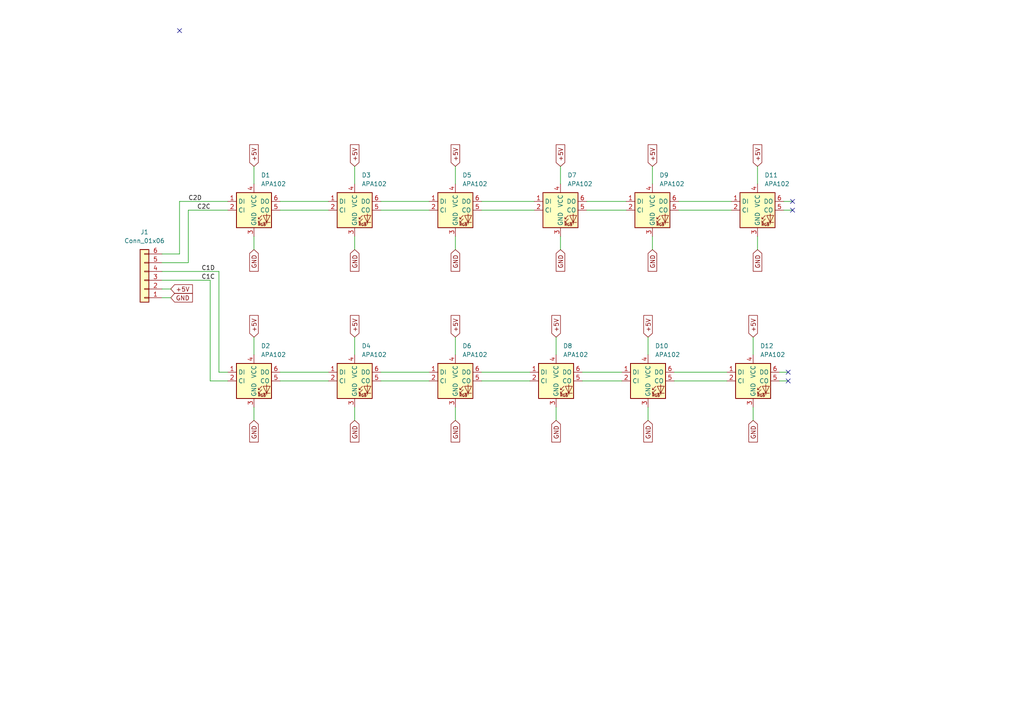
<source format=kicad_sch>
(kicad_sch (version 20211123) (generator eeschema)
  (paper "A4")
  (lib_symbols
    (symbol "Connector_Generic:Conn_01x06" (pin_names (offset 1.016) hide)
      (property "Reference" "J" (at 0 7.62 0))
      (property "Value" "Conn_01x06" (at 0 -10.16 0))
      (symbol "Conn_01x06_1_1"
        (rectangle (start -1.27 -7.493) (end 0 -7.747) (stroke (width 0.1524)))
        (rectangle (start -1.27 -4.953) (end 0 -5.207) (stroke (width 0.1524)))
        (rectangle (start -1.27 -2.413) (end 0 -2.667) (stroke (width 0.1524)))
        (rectangle (start -1.27 0.127) (end 0 -0.127) (stroke (width 0.1524)))
        (rectangle (start -1.27 2.667) (end 0 2.413) (stroke (width 0.1524)))
        (rectangle (start -1.27 5.207) (end 0 4.953) (stroke (width 0.1524)))
        (rectangle (start -1.27 6.35) (end 1.27 -8.89) (stroke (width 0.254)) (fill (type background)))
        (pin passive line (at -5.08 5.08 0) (length 3.81) (name "Pin_1") (number "1"))
        (pin passive line (at -5.08 2.54 0) (length 3.81) (name "Pin_2") (number "2"))
        (pin passive line (at -5.08 0 0) (length 3.81) (name "Pin_3") (number "3"))
        (pin passive line (at -5.08 -2.54 0) (length 3.81) (name "Pin_4") (number "4"))
        (pin passive line (at -5.08 -5.08 0) (length 3.81) (name "Pin_5") (number "5"))
        (pin passive line (at -5.08 -7.62 0) (length 3.81) (name "Pin_6") (number "6"))
      )
    )
    (symbol "LED:APA102"
      (property "Reference" "D" (at 5.08 5.715 0))
      (property "Value" "APA102" (at 1.27 -5.715 0))
      (symbol "APA102_0_0"
        (text "RGB" (at 2.286 -4.191 0) (effects (font (size 0.762 0.762))))
      )
      (symbol "APA102_0_1"
        (polyline (pts (xy 1.27 -3.556) (xy 1.778 -3.556)))
        (polyline (pts (xy 1.27 -2.54) (xy 1.778 -2.54)))
        (polyline (pts (xy 4.699 -3.556) (xy 2.667 -3.556)))
        (polyline (pts (xy 2.286 -2.54) (xy 1.27 -3.556) (xy 1.27 -3.048)))
        (polyline (pts (xy 2.286 -1.524) (xy 1.27 -2.54) (xy 1.27 -2.032)))
        (polyline (pts (xy 3.683 -1.016) (xy 3.683 -3.556) (xy 3.683 -4.064)))
        (polyline (pts (xy 4.699 -1.524) (xy 2.667 -1.524) (xy 3.683 -3.556) (xy 4.699 -1.524)))
        (rectangle (start 5.08 5.08) (end -5.08 -5.08) (stroke (width 0.254)) (fill (type background)))
      )
      (symbol "APA102_1_1"
        (pin input line (at -7.62 2.54 0) (length 2.54) (name "DI") (number "1"))
        (pin input line (at -7.62 0 0) (length 2.54) (name "CI") (number "2"))
        (pin power_in line (at 0 -7.62 90) (length 2.54) (name "GND") (number "3"))
        (pin power_in line (at 0 7.62 270) (length 2.54) (name "VCC") (number "4"))
        (pin output line (at 7.62 0 180) (length 2.54) (name "CO") (number "5"))
        (pin output line (at 7.62 2.54 180) (length 2.54) (name "DO") (number "6"))
      )
    )
  )
  (no_connect (at 228.6 107.95))
  (no_connect (at 228.6 110.49))
  (no_connect (at 229.87 58.42))
  (no_connect (at 229.87 60.96))
  (no_connect (at 52.07 8.89))
  (wire (pts (xy 168.91 107.95) (xy 180.34 107.95)))
  (wire (pts (xy 54.61 60.96) (xy 54.61 76.2)))
  (wire (pts (xy 139.7 107.95) (xy 153.67 107.95)))
  (wire (pts (xy 60.96 81.28) (xy 60.96 110.49)))
  (wire (pts (xy 60.96 110.49) (xy 66.04 110.49)))
  (wire (pts (xy 132.08 118.11) (xy 132.08 121.92)))
  (wire (pts (xy 102.87 118.11) (xy 102.87 121.92)))
  (wire (pts (xy 226.06 110.49) (xy 228.6 110.49)))
  (wire (pts (xy 226.06 107.95) (xy 228.6 107.95)))
  (wire (pts (xy 196.85 58.42) (xy 212.09 58.42)))
  (wire (pts (xy 46.99 78.74) (xy 63.5 78.74)))
  (wire (pts (xy 110.49 60.96) (xy 124.46 60.96)))
  (wire (pts (xy 73.66 48.26) (xy 73.66 53.34)))
  (wire (pts (xy 218.44 97.79) (xy 218.44 102.87)))
  (wire (pts (xy 63.5 107.95) (xy 66.04 107.95)))
  (wire (pts (xy 139.7 58.42) (xy 154.94 58.42)))
  (wire (pts (xy 132.08 48.26) (xy 132.08 53.34)))
  (wire (pts (xy 81.28 110.49) (xy 95.25 110.49)))
  (wire (pts (xy 132.08 68.58) (xy 132.08 72.39)))
  (wire (pts (xy 219.71 68.58) (xy 219.71 72.39)))
  (wire (pts (xy 52.07 73.66) (xy 52.07 58.42)))
  (wire (pts (xy 189.23 68.58) (xy 189.23 72.39)))
  (wire (pts (xy 102.87 68.58) (xy 102.87 72.39)))
  (wire (pts (xy 162.56 48.26) (xy 162.56 53.34)))
  (wire (pts (xy 132.08 97.79) (xy 132.08 102.87)))
  (wire (pts (xy 73.66 68.58) (xy 73.66 72.39)))
  (wire (pts (xy 102.87 97.79) (xy 102.87 102.87)))
  (wire (pts (xy 73.66 118.11) (xy 73.66 121.92)))
  (wire (pts (xy 189.23 48.26) (xy 189.23 53.34)))
  (wire (pts (xy 161.29 118.11) (xy 161.29 121.92)))
  (wire (pts (xy 63.5 78.74) (xy 63.5 107.95)))
  (wire (pts (xy 110.49 110.49) (xy 124.46 110.49)))
  (wire (pts (xy 168.91 110.49) (xy 180.34 110.49)))
  (wire (pts (xy 102.87 48.26) (xy 102.87 53.34)))
  (wire (pts (xy 81.28 60.96) (xy 95.25 60.96)))
  (wire (pts (xy 46.99 76.2) (xy 54.61 76.2)))
  (wire (pts (xy 52.07 58.42) (xy 66.04 58.42)))
  (wire (pts (xy 139.7 60.96) (xy 154.94 60.96)))
  (wire (pts (xy 195.58 107.95) (xy 210.82 107.95)))
  (wire (pts (xy 170.18 58.42) (xy 181.61 58.42)))
  (wire (pts (xy 161.29 97.79) (xy 161.29 102.87)))
  (wire (pts (xy 218.44 118.11) (xy 218.44 121.92)))
  (wire (pts (xy 170.18 60.96) (xy 181.61 60.96)))
  (wire (pts (xy 81.28 58.42) (xy 95.25 58.42)))
  (wire (pts (xy 46.99 73.66) (xy 52.07 73.66)))
  (wire (pts (xy 195.58 110.49) (xy 210.82 110.49)))
  (wire (pts (xy 110.49 58.42) (xy 124.46 58.42)))
  (wire (pts (xy 73.66 97.79) (xy 73.66 102.87)))
  (wire (pts (xy 46.99 86.36) (xy 49.53 86.36)))
  (wire (pts (xy 196.85 60.96) (xy 212.09 60.96)))
  (wire (pts (xy 227.33 60.96) (xy 229.87 60.96)))
  (wire (pts (xy 187.96 118.11) (xy 187.96 121.92)))
  (wire (pts (xy 46.99 83.82) (xy 49.53 83.82)))
  (wire (pts (xy 139.7 110.49) (xy 153.67 110.49)))
  (wire (pts (xy 187.96 97.79) (xy 187.96 102.87)))
  (wire (pts (xy 227.33 58.42) (xy 229.87 58.42)))
  (wire (pts (xy 110.49 107.95) (xy 124.46 107.95)))
  (wire (pts (xy 81.28 107.95) (xy 95.25 107.95)))
  (wire (pts (xy 46.99 81.28) (xy 60.96 81.28)))
  (wire (pts (xy 219.71 48.26) (xy 219.71 53.34)))
  (wire (pts (xy 54.61 60.96) (xy 66.04 60.96)))
  (wire (pts (xy 162.56 68.58) (xy 162.56 72.39)))
  (label "C2D" (at 54.61 58.42 0))
  (label "C1C" (at 58.42 81.28 0))
  (label "C2C" (at 57.15 60.96 0))
  (label "C1D" (at 58.42 78.74 0))
  (global_label "+5V" (shape input) (at 73.66 97.79 90) (property "Intersheet References" "${INTERSHEET_REFS}" (effects hide)))
  (global_label "GND" (shape input) (at 218.44 121.92 270) (property "Intersheet References" "${INTERSHEET_REFS}" (effects hide)))
  (global_label "+5V" (shape input) (at 218.44 97.79 90) (property "Intersheet References" "${INTERSHEET_REFS}" (effects hide)))
  (global_label "GND" (shape input) (at 219.71 72.39 270) (property "Intersheet References" "${INTERSHEET_REFS}" (effects hide)))
  (global_label "GND" (shape input) (at 73.66 72.39 270) (property "Intersheet References" "${INTERSHEET_REFS}" (effects hide)))
  (global_label "+5V" (shape input) (at 102.87 97.79 90) (property "Intersheet References" "${INTERSHEET_REFS}" (effects hide)))
  (global_label "+5V" (shape input) (at 161.29 97.79 90) (property "Intersheet References" "${INTERSHEET_REFS}" (effects hide)))
  (global_label "+5V" (shape input) (at 49.53 83.82 0) (property "Intersheet References" "${INTERSHEET_REFS}" (effects hide)))
  (global_label "GND" (shape input) (at 132.08 72.39 270) (property "Intersheet References" "${INTERSHEET_REFS}" (effects hide)))
  (global_label "+5V" (shape input) (at 219.71 48.26 90) (property "Intersheet References" "${INTERSHEET_REFS}" (effects hide)))
  (global_label "+5V" (shape input) (at 73.66 48.26 90) (property "Intersheet References" "${INTERSHEET_REFS}" (effects hide)))
  (global_label "+5V" (shape input) (at 187.96 97.79 90) (property "Intersheet References" "${INTERSHEET_REFS}" (effects hide)))
  (global_label "GND" (shape input) (at 102.87 121.92 270) (property "Intersheet References" "${INTERSHEET_REFS}" (effects hide)))
  (global_label "+5V" (shape input) (at 132.08 97.79 90) (property "Intersheet References" "${INTERSHEET_REFS}" (effects hide)))
  (global_label "GND" (shape input) (at 49.53 86.36 0) (property "Intersheet References" "${INTERSHEET_REFS}" (effects hide)))
  (global_label "+5V" (shape input) (at 132.08 48.26 90) (property "Intersheet References" "${INTERSHEET_REFS}" (effects hide)))
  (global_label "GND" (shape input) (at 189.23 72.39 270) (property "Intersheet References" "${INTERSHEET_REFS}" (effects hide)))
  (global_label "+5V" (shape input) (at 189.23 48.26 90) (property "Intersheet References" "${INTERSHEET_REFS}" (effects hide)))
  (global_label "GND" (shape input) (at 102.87 72.39 270) (property "Intersheet References" "${INTERSHEET_REFS}" (effects hide)))
  (global_label "GND" (shape input) (at 161.29 121.92 270) (property "Intersheet References" "${INTERSHEET_REFS}" (effects hide)))
  (global_label "GND" (shape input) (at 162.56 72.39 270) (property "Intersheet References" "${INTERSHEET_REFS}" (effects hide)))
  (global_label "GND" (shape input) (at 187.96 121.92 270) (property "Intersheet References" "${INTERSHEET_REFS}" (effects hide)))
  (global_label "GND" (shape input) (at 132.08 121.92 270) (property "Intersheet References" "${INTERSHEET_REFS}" (effects hide)))
  (global_label "GND" (shape input) (at 73.66 121.92 270) (property "Intersheet References" "${INTERSHEET_REFS}" (effects hide)))
  (global_label "+5V" (shape input) (at 162.56 48.26 90) (property "Intersheet References" "${INTERSHEET_REFS}" (effects hide)))
  (global_label "+5V" (shape input) (at 102.87 48.26 90) (property "Intersheet References" "${INTERSHEET_REFS}" (effects hide)))
  (symbol (lib_id "LED:APA102") (at 187.96 110.49 0) (unit 1)
    (property "Reference" "D10" (at 189.9794 100.33 0) (effects (justify left)))
    (property "Value" "APA102" (at 189.9794 102.87 0) (effects (justify left)))
    (property "Footprint" "LED_SMD:LED_RGB_5050-6" (effects hide))
    (property "Datasheet" "http://www.led-color.com/upload/201506/APA102%20LED.pdf" (effects hide))
  )
  (symbol (lib_id "LED:APA102") (at 73.66 110.49 0) (unit 1)
    (property "Reference" "D2" (at 75.6794 100.33 0) (effects (justify left)))
    (property "Value" "APA102" (at 75.6794 102.87 0) (effects (justify left)))
    (property "Footprint" "LED_SMD:LED_RGB_5050-6" (effects hide))
    (property "Datasheet" "http://www.led-color.com/upload/201506/APA102%20LED.pdf" (effects hide))
  )
  (symbol (lib_id "LED:APA102") (at 219.71 60.96 0) (unit 1)
    (property "Reference" "D11" (at 221.7294 50.8 0) (effects (justify left)))
    (property "Value" "APA102" (at 221.7294 53.34 0) (effects (justify left)))
    (property "Footprint" "LED_SMD:LED_RGB_5050-6" (effects hide))
    (property "Datasheet" "http://www.led-color.com/upload/201506/APA102%20LED.pdf" (effects hide))
  )
  (symbol (lib_id "LED:APA102") (at 73.66 60.96 0) (unit 1)
    (property "Reference" "D1" (at 75.6794 50.8 0) (effects (justify left)))
    (property "Value" "APA102" (at 75.6794 53.34 0) (effects (justify left)))
    (property "Footprint" "LED_SMD:LED_RGB_5050-6" (effects hide))
    (property "Datasheet" "http://www.led-color.com/upload/201506/APA102%20LED.pdf" (effects hide))
  )
  (symbol (lib_id "LED:APA102") (at 132.08 60.96 0) (unit 1)
    (property "Reference" "D5" (at 134.0994 50.8 0) (effects (justify left)))
    (property "Value" "APA102" (at 134.0994 53.34 0) (effects (justify left)))
    (property "Footprint" "LED_SMD:LED_RGB_5050-6" (effects hide))
    (property "Datasheet" "http://www.led-color.com/upload/201506/APA102%20LED.pdf" (effects hide))
  )
  (symbol (lib_id "LED:APA102") (at 218.44 110.49 0) (unit 1)
    (property "Reference" "D12" (at 220.4594 100.33 0) (effects (justify left)))
    (property "Value" "APA102" (at 220.4594 102.87 0) (effects (justify left)))
    (property "Footprint" "LED_SMD:LED_RGB_5050-6" (effects hide))
    (property "Datasheet" "http://www.led-color.com/upload/201506/APA102%20LED.pdf" (effects hide))
  )
  (symbol (lib_id "LED:APA102") (at 162.56 60.96 0) (unit 1)
    (property "Reference" "D7" (at 164.5794 50.8 0) (effects (justify left)))
    (property "Value" "APA102" (at 164.5794 53.34 0) (effects (justify left)))
    (property "Footprint" "LED_SMD:LED_RGB_5050-6" (effects hide))
    (property "Datasheet" "http://www.led-color.com/upload/201506/APA102%20LED.pdf" (effects hide))
  )
  (symbol (lib_id "LED:APA102") (at 102.87 60.96 0) (unit 1)
    (property "Reference" "D3" (at 104.8894 50.8 0) (effects (justify left)))
    (property "Value" "APA102" (at 104.8894 53.34 0) (effects (justify left)))
    (property "Footprint" "LED_SMD:LED_RGB_5050-6" (effects hide))
    (property "Datasheet" "http://www.led-color.com/upload/201506/APA102%20LED.pdf" (effects hide))
  )
  (symbol (lib_id "LED:APA102") (at 161.29 110.49 0) (unit 1)
    (property "Reference" "D8" (at 163.3094 100.33 0) (effects (justify left)))
    (property "Value" "APA102" (at 163.3094 102.87 0) (effects (justify left)))
    (property "Footprint" "LED_SMD:LED_RGB_5050-6" (effects hide))
    (property "Datasheet" "http://www.led-color.com/upload/201506/APA102%20LED.pdf" (effects hide))
  )
  (symbol (lib_id "LED:APA102") (at 102.87 110.49 0) (unit 1)
    (property "Reference" "D4" (at 104.8894 100.33 0) (effects (justify left)))
    (property "Value" "APA102" (at 104.8894 102.87 0) (effects (justify left)))
    (property "Footprint" "LED_SMD:LED_RGB_5050-6" (effects hide))
    (property "Datasheet" "http://www.led-color.com/upload/201506/APA102%20LED.pdf" (effects hide))
  )
  (symbol (lib_id "LED:APA102") (at 189.23 60.96 0) (unit 1)
    (property "Reference" "D9" (at 191.2494 50.8 0) (effects (justify left)))
    (property "Value" "APA102" (at 191.2494 53.34 0) (effects (justify left)))
    (property "Footprint" "LED_SMD:LED_RGB_5050-6" (effects hide))
    (property "Datasheet" "http://www.led-color.com/upload/201506/APA102%20LED.pdf" (effects hide))
  )
  (symbol (lib_id "Connector_Generic:Conn_01x06") (at 41.91 81.28 180) (unit 1)
    (property "Reference" "J1" (at 41.91 67.31 0))
    (property "Value" "Conn_01x06" (at 41.91 69.85 0))
    (property "Footprint" "Connector_PinHeader_2.54mm:PinHeader_1x06_P2.54mm_Vertical" (effects hide))
  )
  (symbol (lib_id "LED:APA102") (at 132.08 110.49 0) (unit 1)
    (property "Reference" "D6" (at 134.0994 100.33 0) (effects (justify left)))
    (property "Value" "APA102" (at 134.0994 102.87 0) (effects (justify left)))
    (property "Footprint" "LED_SMD:LED_RGB_5050-6" (effects hide))
    (property "Datasheet" "http://www.led-color.com/upload/201506/APA102%20LED.pdf" (effects hide))
  )
)
</source>
